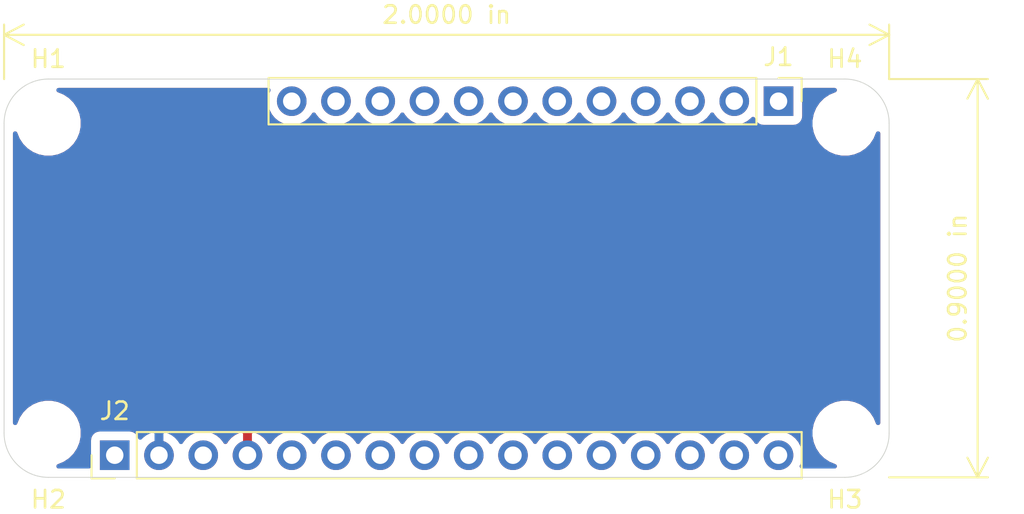
<source format=kicad_pcb>
(kicad_pcb (version 20190331) (host pcbnew "(5.1.0-386-g7ed01aa4f)")

  (general
    (thickness 1.6)
    (drawings 10)
    (tracks 0)
    (modules 6)
    (nets 3)
  )

  (page "A4")
  (layers
    (0 "F.Cu" signal)
    (31 "B.Cu" signal)
    (32 "B.Adhes" user)
    (33 "F.Adhes" user)
    (34 "B.Paste" user)
    (35 "F.Paste" user)
    (36 "B.SilkS" user)
    (37 "F.SilkS" user)
    (38 "B.Mask" user)
    (39 "F.Mask" user)
    (40 "Dwgs.User" user)
    (41 "Cmts.User" user)
    (42 "Eco1.User" user)
    (43 "Eco2.User" user)
    (44 "Edge.Cuts" user)
    (45 "Margin" user)
    (46 "B.CrtYd" user)
    (47 "F.CrtYd" user)
    (48 "B.Fab" user)
    (49 "F.Fab" user hide)
  )

  (setup
    (last_trace_width 0.25)
    (trace_clearance 0.2)
    (zone_clearance 0.508)
    (zone_45_only no)
    (trace_min 0.2)
    (via_size 0.8)
    (via_drill 0.4)
    (via_min_size 0.4)
    (via_min_drill 0.3)
    (uvia_size 0.3)
    (uvia_drill 0.1)
    (uvias_allowed no)
    (uvia_min_size 0.2)
    (uvia_min_drill 0.1)
    (edge_width 0.05)
    (segment_width 0.2)
    (pcb_text_width 0.3)
    (pcb_text_size 1.5 1.5)
    (mod_edge_width 0.12)
    (mod_text_size 1 1)
    (mod_text_width 0.15)
    (pad_size 1.524 1.524)
    (pad_drill 0.762)
    (pad_to_mask_clearance 0.051)
    (solder_mask_min_width 0.25)
    (aux_axis_origin 0 0)
    (visible_elements FFFFFF7F)
    (pcbplotparams
      (layerselection 0x010fc_ffffffff)
      (usegerberextensions false)
      (usegerberattributes false)
      (usegerberadvancedattributes false)
      (creategerberjobfile false)
      (excludeedgelayer true)
      (linewidth 0.100000)
      (plotframeref false)
      (viasonmask false)
      (mode 1)
      (useauxorigin false)
      (hpglpennumber 1)
      (hpglpenspeed 20)
      (hpglpendiameter 15.000000)
      (psnegative false)
      (psa4output false)
      (plotreference true)
      (plotvalue true)
      (plotinvisibletext false)
      (padsonsilk false)
      (subtractmaskfromsilk false)
      (outputformat 1)
      (mirror false)
      (drillshape 1)
      (scaleselection 1)
      (outputdirectory ""))
  )

  (net 0 "")
  (net 1 "GND")
  (net 2 "+3V3")

  (net_class "Default" "This is the default net class."
    (clearance 0.2)
    (trace_width 0.25)
    (via_dia 0.8)
    (via_drill 0.4)
    (uvia_dia 0.3)
    (uvia_drill 0.1)
    (add_net "+3V3")
    (add_net "GND")
  )

  (module "MountingHole:MountingHole_2.7mm_M2.5" (layer "F.Cu") (tedit 5D18C814) (tstamp 5D190E05)
    (at 48.26 -200.66)
    (descr "Mounting Hole 2.7mm, no annular, M2.5")
    (tags "mounting hole 2.7mm no annular m2.5")
    (path "/5D18F8ED")
    (attr virtual)
    (fp_text reference "H4" (at 0 -3.7) (layer "F.SilkS")
      (effects (font (size 1 1) (thickness 0.15)))
    )
    (fp_text value "MountingHole" (at 0 3.7) (layer "F.Fab")
      (effects (font (size 1 1) (thickness 0.15)))
    )
    (fp_circle (center 0 0) (end 2 0) (layer "F.CrtYd") (width 0.05))
    (fp_circle (center 0 0) (end 2.7 0) (layer "Cmts.User") (width 0.15))
    (fp_text user "%R" (at 0.3 0) (layer "F.Fab")
      (effects (font (size 1 1) (thickness 0.15)))
    )
    (pad "1" np_thru_hole circle (at 0 0) (size 2.7 2.7) (drill 2.7) (layers *.Cu *.Mask))
  )

  (module "MountingHole:MountingHole_2.7mm_M2.5" (layer "F.Cu") (tedit 5D18C814) (tstamp 5D190DFD)
    (at 48.26 -182.88)
    (descr "Mounting Hole 2.7mm, no annular, M2.5")
    (tags "mounting hole 2.7mm no annular m2.5")
    (path "/5D18FC88")
    (attr virtual)
    (fp_text reference "H3" (at 0 3.81) (layer "F.SilkS")
      (effects (font (size 1 1) (thickness 0.15)))
    )
    (fp_text value "MountingHole" (at 0 3.7) (layer "F.Fab")
      (effects (font (size 1 1) (thickness 0.15)))
    )
    (fp_circle (center 0 0) (end 2 0) (layer "F.CrtYd") (width 0.05))
    (fp_circle (center 0 0) (end 2.7 0) (layer "Cmts.User") (width 0.15))
    (fp_text user "%R" (at 0.3 0) (layer "F.Fab")
      (effects (font (size 1 1) (thickness 0.15)))
    )
    (pad "1" np_thru_hole circle (at 0 0) (size 2.7 2.7) (drill 2.7) (layers *.Cu *.Mask))
  )

  (module "MountingHole:MountingHole_2.7mm_M2.5" (layer "F.Cu") (tedit 5D18C814) (tstamp 5D190DF5)
    (at 2.54 -182.88)
    (descr "Mounting Hole 2.7mm, no annular, M2.5")
    (tags "mounting hole 2.7mm no annular m2.5")
    (path "/5D190365")
    (attr virtual)
    (fp_text reference "H2" (at 0 3.81) (layer "F.SilkS")
      (effects (font (size 1 1) (thickness 0.15)))
    )
    (fp_text value "MountingHole" (at 0 3.7) (layer "F.Fab")
      (effects (font (size 1 1) (thickness 0.15)))
    )
    (fp_circle (center 0 0) (end 2 0) (layer "F.CrtYd") (width 0.05))
    (fp_circle (center 0 0) (end 2.7 0) (layer "Cmts.User") (width 0.15))
    (fp_text user "%R" (at 0.3 0) (layer "F.Fab")
      (effects (font (size 1 1) (thickness 0.15)))
    )
    (pad "1" np_thru_hole circle (at 0 0) (size 2.7 2.7) (drill 2.7) (layers *.Cu *.Mask))
  )

  (module "MountingHole:MountingHole_2.7mm_M2.5" (layer "F.Cu") (tedit 5D18C814) (tstamp 5D190EB9)
    (at 2.54 -200.66)
    (descr "Mounting Hole 2.7mm, no annular, M2.5")
    (tags "mounting hole 2.7mm no annular m2.5")
    (path "/5D1905E0")
    (attr virtual)
    (fp_text reference "H1" (at 0 -3.7) (layer "F.SilkS")
      (effects (font (size 1 1) (thickness 0.15)))
    )
    (fp_text value "MountingHole" (at 0 3.7) (layer "F.Fab")
      (effects (font (size 1 1) (thickness 0.15)))
    )
    (fp_circle (center 0 0) (end 2 0) (layer "F.CrtYd") (width 0.05))
    (fp_circle (center 0 0) (end 2.7 0) (layer "Cmts.User") (width 0.15))
    (fp_text user "%R" (at 0.3 0) (layer "F.Fab")
      (effects (font (size 1 1) (thickness 0.15)))
    )
    (pad "1" np_thru_hole circle (at 0 0) (size 2.7 2.7) (drill 2.7) (layers *.Cu *.Mask))
  )

  (module "Connector_PinHeader_2.54mm:PinHeader_1x16_P2.54mm_Vertical" (layer "F.Cu") (tedit 59FED5CC) (tstamp 5D190E49)
    (at 6.35 -181.61 90)
    (descr "Through hole straight pin header, 1x16, 2.54mm pitch, single row")
    (tags "Through hole pin header THT 1x16 2.54mm single row")
    (path "/5D18C1C3")
    (fp_text reference "J2" (at 2.54 0 180) (layer "F.SilkS")
      (effects (font (size 1 1) (thickness 0.15)))
    )
    (fp_text value "Conn_01x16" (at 0 40.43 90) (layer "F.Fab")
      (effects (font (size 1 1) (thickness 0.15)))
    )
    (fp_text user "%R" (at 0 19.05) (layer "F.Fab")
      (effects (font (size 1 1) (thickness 0.15)))
    )
    (fp_line (start 1.8 -1.8) (end -1.8 -1.8) (layer "F.CrtYd") (width 0.05))
    (fp_line (start 1.8 39.9) (end 1.8 -1.8) (layer "F.CrtYd") (width 0.05))
    (fp_line (start -1.8 39.9) (end 1.8 39.9) (layer "F.CrtYd") (width 0.05))
    (fp_line (start -1.8 -1.8) (end -1.8 39.9) (layer "F.CrtYd") (width 0.05))
    (fp_line (start -1.33 -1.33) (end 0 -1.33) (layer "F.SilkS") (width 0.12))
    (fp_line (start -1.33 0) (end -1.33 -1.33) (layer "F.SilkS") (width 0.12))
    (fp_line (start -1.33 1.27) (end 1.33 1.27) (layer "F.SilkS") (width 0.12))
    (fp_line (start 1.33 1.27) (end 1.33 39.43) (layer "F.SilkS") (width 0.12))
    (fp_line (start -1.33 1.27) (end -1.33 39.43) (layer "F.SilkS") (width 0.12))
    (fp_line (start -1.33 39.43) (end 1.33 39.43) (layer "F.SilkS") (width 0.12))
    (fp_line (start -1.27 -0.635) (end -0.635 -1.27) (layer "F.Fab") (width 0.1))
    (fp_line (start -1.27 39.37) (end -1.27 -0.635) (layer "F.Fab") (width 0.1))
    (fp_line (start 1.27 39.37) (end -1.27 39.37) (layer "F.Fab") (width 0.1))
    (fp_line (start 1.27 -1.27) (end 1.27 39.37) (layer "F.Fab") (width 0.1))
    (fp_line (start -0.635 -1.27) (end 1.27 -1.27) (layer "F.Fab") (width 0.1))
    (pad "16" thru_hole oval (at 0 38.1 90) (size 1.7 1.7) (drill 1) (layers *.Cu *.Mask))
    (pad "15" thru_hole oval (at 0 35.56 90) (size 1.7 1.7) (drill 1) (layers *.Cu *.Mask))
    (pad "14" thru_hole oval (at 0 33.02 90) (size 1.7 1.7) (drill 1) (layers *.Cu *.Mask))
    (pad "13" thru_hole oval (at 0 30.48 90) (size 1.7 1.7) (drill 1) (layers *.Cu *.Mask))
    (pad "12" thru_hole oval (at 0 27.94 90) (size 1.7 1.7) (drill 1) (layers *.Cu *.Mask))
    (pad "11" thru_hole oval (at 0 25.4 90) (size 1.7 1.7) (drill 1) (layers *.Cu *.Mask))
    (pad "10" thru_hole oval (at 0 22.86 90) (size 1.7 1.7) (drill 1) (layers *.Cu *.Mask))
    (pad "9" thru_hole oval (at 0 20.32 90) (size 1.7 1.7) (drill 1) (layers *.Cu *.Mask))
    (pad "8" thru_hole oval (at 0 17.78 90) (size 1.7 1.7) (drill 1) (layers *.Cu *.Mask))
    (pad "7" thru_hole oval (at 0 15.24 90) (size 1.7 1.7) (drill 1) (layers *.Cu *.Mask))
    (pad "6" thru_hole oval (at 0 12.7 90) (size 1.7 1.7) (drill 1) (layers *.Cu *.Mask))
    (pad "5" thru_hole oval (at 0 10.16 90) (size 1.7 1.7) (drill 1) (layers *.Cu *.Mask))
    (pad "4" thru_hole oval (at 0 7.62 90) (size 1.7 1.7) (drill 1) (layers *.Cu *.Mask)
      (net 1 "GND"))
    (pad "3" thru_hole oval (at 0 5.08 90) (size 1.7 1.7) (drill 1) (layers *.Cu *.Mask))
    (pad "2" thru_hole oval (at 0 2.54 90) (size 1.7 1.7) (drill 1) (layers *.Cu *.Mask)
      (net 2 "+3V3"))
    (pad "1" thru_hole rect (at 0 0 90) (size 1.7 1.7) (drill 1) (layers *.Cu *.Mask))
    (model "${KISYS3DMOD}/Connector_PinHeader_2.54mm.3dshapes/PinHeader_1x16_P2.54mm_Vertical.wrl"
      (at (xyz 0 0 0))
      (scale (xyz 1 1 1))
      (rotate (xyz 0 0 0))
    )
  )

  (module "Connector_PinHeader_2.54mm:PinHeader_1x12_P2.54mm_Vertical" (layer "F.Cu") (tedit 59FED5CC) (tstamp 5D190E25)
    (at 44.45 -201.93 270)
    (descr "Through hole straight pin header, 1x12, 2.54mm pitch, single row")
    (tags "Through hole pin header THT 1x12 2.54mm single row")
    (path "/5D191B96")
    (fp_text reference "J1" (at -2.54 0 180) (layer "F.SilkS")
      (effects (font (size 1 1) (thickness 0.15)))
    )
    (fp_text value "Conn_01x12" (at 0 30.27 90) (layer "F.Fab")
      (effects (font (size 1 1) (thickness 0.15)))
    )
    (fp_text user "%R" (at 0 13.97) (layer "F.Fab")
      (effects (font (size 1 1) (thickness 0.15)))
    )
    (fp_line (start 1.8 -1.8) (end -1.8 -1.8) (layer "F.CrtYd") (width 0.05))
    (fp_line (start 1.8 29.75) (end 1.8 -1.8) (layer "F.CrtYd") (width 0.05))
    (fp_line (start -1.8 29.75) (end 1.8 29.75) (layer "F.CrtYd") (width 0.05))
    (fp_line (start -1.8 -1.8) (end -1.8 29.75) (layer "F.CrtYd") (width 0.05))
    (fp_line (start -1.33 -1.33) (end 0 -1.33) (layer "F.SilkS") (width 0.12))
    (fp_line (start -1.33 0) (end -1.33 -1.33) (layer "F.SilkS") (width 0.12))
    (fp_line (start -1.33 1.27) (end 1.33 1.27) (layer "F.SilkS") (width 0.12))
    (fp_line (start 1.33 1.27) (end 1.33 29.27) (layer "F.SilkS") (width 0.12))
    (fp_line (start -1.33 1.27) (end -1.33 29.27) (layer "F.SilkS") (width 0.12))
    (fp_line (start -1.33 29.27) (end 1.33 29.27) (layer "F.SilkS") (width 0.12))
    (fp_line (start -1.27 -0.635) (end -0.635 -1.27) (layer "F.Fab") (width 0.1))
    (fp_line (start -1.27 29.21) (end -1.27 -0.635) (layer "F.Fab") (width 0.1))
    (fp_line (start 1.27 29.21) (end -1.27 29.21) (layer "F.Fab") (width 0.1))
    (fp_line (start 1.27 -1.27) (end 1.27 29.21) (layer "F.Fab") (width 0.1))
    (fp_line (start -0.635 -1.27) (end 1.27 -1.27) (layer "F.Fab") (width 0.1))
    (pad "12" thru_hole oval (at 0 27.94 270) (size 1.7 1.7) (drill 1) (layers *.Cu *.Mask))
    (pad "11" thru_hole oval (at 0 25.4 270) (size 1.7 1.7) (drill 1) (layers *.Cu *.Mask))
    (pad "10" thru_hole oval (at 0 22.86 270) (size 1.7 1.7) (drill 1) (layers *.Cu *.Mask))
    (pad "9" thru_hole oval (at 0 20.32 270) (size 1.7 1.7) (drill 1) (layers *.Cu *.Mask))
    (pad "8" thru_hole oval (at 0 17.78 270) (size 1.7 1.7) (drill 1) (layers *.Cu *.Mask))
    (pad "7" thru_hole oval (at 0 15.24 270) (size 1.7 1.7) (drill 1) (layers *.Cu *.Mask))
    (pad "6" thru_hole oval (at 0 12.7 270) (size 1.7 1.7) (drill 1) (layers *.Cu *.Mask))
    (pad "5" thru_hole oval (at 0 10.16 270) (size 1.7 1.7) (drill 1) (layers *.Cu *.Mask))
    (pad "4" thru_hole oval (at 0 7.62 270) (size 1.7 1.7) (drill 1) (layers *.Cu *.Mask))
    (pad "3" thru_hole oval (at 0 5.08 270) (size 1.7 1.7) (drill 1) (layers *.Cu *.Mask))
    (pad "2" thru_hole oval (at 0 2.54 270) (size 1.7 1.7) (drill 1) (layers *.Cu *.Mask))
    (pad "1" thru_hole rect (at 0 0 270) (size 1.7 1.7) (drill 1) (layers *.Cu *.Mask))
    (model "${KISYS3DMOD}/Connector_PinHeader_2.54mm.3dshapes/PinHeader_1x12_P2.54mm_Vertical.wrl"
      (at (xyz 0 0 0))
      (scale (xyz 1 1 1))
      (rotate (xyz 0 0 0))
    )
  )

  (gr_arc (start 48.26 -200.66) (end 50.8 -200.66) (angle -90) (layer "Edge.Cuts") (width 0.05))
  (gr_arc (start 48.26 -182.88) (end 48.26 -180.34) (angle -90) (layer "Edge.Cuts") (width 0.05))
  (gr_arc (start 2.54 -182.88) (end 0 -182.88) (angle -90) (layer "Edge.Cuts") (width 0.05))
  (gr_arc (start 2.54 -200.66) (end 2.54 -203.2) (angle -90) (layer "Edge.Cuts") (width 0.05))
  (gr_line (start 0 -182.88) (end 0 -200.66) (layer "Edge.Cuts") (width 0.05))
  (gr_line (start 48.26 -180.34) (end 2.54 -180.34) (layer "Edge.Cuts") (width 0.05))
  (gr_line (start 48.26 -203.2) (end 2.54 -203.2) (layer "Edge.Cuts") (width 0.05))
  (gr_line (start 50.8 -200.66) (end 50.8 -182.88) (layer "Edge.Cuts") (width 0.05))
  (dimension 22.86 (width 0.12) (layer "F.SilkS")
    (gr_text "22.860 mm" (at 57.15 -191.77 270) (layer "F.SilkS")
      (effects (font (size 1 1) (thickness 0.15)))
    )
    (feature1 (pts (xy 50.8 -180.34) (xy 56.466421 -180.34)))
    (feature2 (pts (xy 50.8 -203.2) (xy 56.466421 -203.2)))
    (crossbar (pts (xy 55.88 -203.2) (xy 55.88 -180.34)))
    (arrow1a (pts (xy 55.88 -180.34) (xy 55.293579 -181.466504)))
    (arrow1b (pts (xy 55.88 -180.34) (xy 56.466421 -181.466504)))
    (arrow2a (pts (xy 55.88 -203.2) (xy 55.293579 -202.073496)))
    (arrow2b (pts (xy 55.88 -203.2) (xy 56.466421 -202.073496)))
  )
  (dimension 50.8 (width 0.12) (layer "F.SilkS")
    (gr_text "50.800 mm" (at 25.4 -207.01) (layer "F.SilkS")
      (effects (font (size 1 1) (thickness 0.15)))
    )
    (feature1 (pts (xy 50.8 -203.2) (xy 50.8 -206.326421)))
    (feature2 (pts (xy 0 -203.2) (xy 0 -206.326421)))
    (crossbar (pts (xy 0 -205.74) (xy 50.8 -205.74)))
    (arrow1a (pts (xy 50.8 -205.74) (xy 49.673496 -205.153579)))
    (arrow1b (pts (xy 50.8 -205.74) (xy 49.673496 -206.326421)))
    (arrow2a (pts (xy 0 -205.74) (xy 1.126504 -205.153579)))
    (arrow2b (pts (xy 0 -205.74) (xy 1.126504 -206.326421)))
  )

  (zone (net 1) (net_name "GND") (layer "F.Cu") (tstamp 0) (hatch edge 0.508)
    (connect_pads (clearance 0.508))
    (min_thickness 0.254)
    (fill yes (arc_segments 32) (thermal_gap 0.508) (thermal_bridge_width 0.508))
    (polygon
      (pts
        (xy 0 -203.2) (xy 50.8 -203.2) (xy 50.8 -180.34) (xy 0 -180.34)
      )
    )
    (filled_polygon
      (pts
        (xy 15.131401 -202.501034) (xy 15.046487 -202.221111) (xy 15.017815 -201.93) (xy 15.046487 -201.638889) (xy 15.131401 -201.358966)
        (xy 15.269294 -201.100986) (xy 15.454866 -200.874866) (xy 15.680986 -200.689294) (xy 15.938966 -200.551401) (xy 16.218889 -200.466487)
        (xy 16.43705 -200.445) (xy 16.58295 -200.445) (xy 16.801111 -200.466487) (xy 17.081034 -200.551401) (xy 17.339014 -200.689294)
        (xy 17.565134 -200.874866) (xy 17.750706 -201.100986) (xy 17.78 -201.155791) (xy 17.809294 -201.100986) (xy 17.994866 -200.874866)
        (xy 18.220986 -200.689294) (xy 18.478966 -200.551401) (xy 18.758889 -200.466487) (xy 18.97705 -200.445) (xy 19.12295 -200.445)
        (xy 19.341111 -200.466487) (xy 19.621034 -200.551401) (xy 19.879014 -200.689294) (xy 20.105134 -200.874866) (xy 20.290706 -201.100986)
        (xy 20.32 -201.155791) (xy 20.349294 -201.100986) (xy 20.534866 -200.874866) (xy 20.760986 -200.689294) (xy 21.018966 -200.551401)
        (xy 21.298889 -200.466487) (xy 21.51705 -200.445) (xy 21.66295 -200.445) (xy 21.881111 -200.466487) (xy 22.161034 -200.551401)
        (xy 22.419014 -200.689294) (xy 22.645134 -200.874866) (xy 22.830706 -201.100986) (xy 22.86 -201.155791) (xy 22.889294 -201.100986)
        (xy 23.074866 -200.874866) (xy 23.300986 -200.689294) (xy 23.558966 -200.551401) (xy 23.838889 -200.466487) (xy 24.05705 -200.445)
        (xy 24.20295 -200.445) (xy 24.421111 -200.466487) (xy 24.701034 -200.551401) (xy 24.959014 -200.689294) (xy 25.185134 -200.874866)
        (xy 25.370706 -201.100986) (xy 25.4 -201.155791) (xy 25.429294 -201.100986) (xy 25.614866 -200.874866) (xy 25.840986 -200.689294)
        (xy 26.098966 -200.551401) (xy 26.378889 -200.466487) (xy 26.59705 -200.445) (xy 26.74295 -200.445) (xy 26.961111 -200.466487)
        (xy 27.241034 -200.551401) (xy 27.499014 -200.689294) (xy 27.725134 -200.874866) (xy 27.910706 -201.100986) (xy 27.94 -201.155791)
        (xy 27.969294 -201.100986) (xy 28.154866 -200.874866) (xy 28.380986 -200.689294) (xy 28.638966 -200.551401) (xy 28.918889 -200.466487)
        (xy 29.13705 -200.445) (xy 29.28295 -200.445) (xy 29.501111 -200.466487) (xy 29.781034 -200.551401) (xy 30.039014 -200.689294)
        (xy 30.265134 -200.874866) (xy 30.450706 -201.100986) (xy 30.48 -201.155791) (xy 30.509294 -201.100986) (xy 30.694866 -200.874866)
        (xy 30.920986 -200.689294) (xy 31.178966 -200.551401) (xy 31.458889 -200.466487) (xy 31.67705 -200.445) (xy 31.82295 -200.445)
        (xy 32.041111 -200.466487) (xy 32.321034 -200.551401) (xy 32.579014 -200.689294) (xy 32.805134 -200.874866) (xy 32.990706 -201.100986)
        (xy 33.02 -201.155791) (xy 33.049294 -201.100986) (xy 33.234866 -200.874866) (xy 33.460986 -200.689294) (xy 33.718966 -200.551401)
        (xy 33.998889 -200.466487) (xy 34.21705 -200.445) (xy 34.36295 -200.445) (xy 34.581111 -200.466487) (xy 34.861034 -200.551401)
        (xy 35.119014 -200.689294) (xy 35.345134 -200.874866) (xy 35.530706 -201.100986) (xy 35.56 -201.155791) (xy 35.589294 -201.100986)
        (xy 35.774866 -200.874866) (xy 36.000986 -200.689294) (xy 36.258966 -200.551401) (xy 36.538889 -200.466487) (xy 36.75705 -200.445)
        (xy 36.90295 -200.445) (xy 37.121111 -200.466487) (xy 37.401034 -200.551401) (xy 37.659014 -200.689294) (xy 37.885134 -200.874866)
        (xy 38.070706 -201.100986) (xy 38.1 -201.155791) (xy 38.129294 -201.100986) (xy 38.314866 -200.874866) (xy 38.540986 -200.689294)
        (xy 38.798966 -200.551401) (xy 39.078889 -200.466487) (xy 39.29705 -200.445) (xy 39.44295 -200.445) (xy 39.661111 -200.466487)
        (xy 39.941034 -200.551401) (xy 40.199014 -200.689294) (xy 40.425134 -200.874866) (xy 40.610706 -201.100986) (xy 40.64 -201.155791)
        (xy 40.669294 -201.100986) (xy 40.854866 -200.874866) (xy 41.080986 -200.689294) (xy 41.338966 -200.551401) (xy 41.618889 -200.466487)
        (xy 41.83705 -200.445) (xy 41.98295 -200.445) (xy 42.201111 -200.466487) (xy 42.481034 -200.551401) (xy 42.739014 -200.689294)
        (xy 42.965134 -200.874866) (xy 42.989607 -200.904687) (xy 43.010498 -200.83582) (xy 43.069463 -200.725506) (xy 43.148815 -200.628815)
        (xy 43.245506 -200.549463) (xy 43.35582 -200.490498) (xy 43.475518 -200.454188) (xy 43.6 -200.441928) (xy 45.3 -200.441928)
        (xy 45.424482 -200.454188) (xy 45.54418 -200.490498) (xy 45.654494 -200.549463) (xy 45.751185 -200.628815) (xy 45.830537 -200.725506)
        (xy 45.889502 -200.83582) (xy 45.925812 -200.955518) (xy 45.938072 -201.08) (xy 45.938072 -202.565) (xy 47.672021 -202.565)
        (xy 47.31975 -202.419085) (xy 46.994636 -202.201851) (xy 46.718149 -201.925364) (xy 46.500915 -201.60025) (xy 46.351282 -201.239003)
        (xy 46.275 -200.855505) (xy 46.275 -200.464495) (xy 46.351282 -200.080997) (xy 46.500915 -199.71975) (xy 46.718149 -199.394636)
        (xy 46.994636 -199.118149) (xy 47.31975 -198.900915) (xy 47.680997 -198.751282) (xy 48.064495 -198.675) (xy 48.455505 -198.675)
        (xy 48.839003 -198.751282) (xy 49.20025 -198.900915) (xy 49.525364 -199.118149) (xy 49.801851 -199.394636) (xy 50.019085 -199.71975)
        (xy 50.165 -200.072021) (xy 50.165001 -183.467977) (xy 50.019085 -183.82025) (xy 49.801851 -184.145364) (xy 49.525364 -184.421851)
        (xy 49.20025 -184.639085) (xy 48.839003 -184.788718) (xy 48.455505 -184.865) (xy 48.064495 -184.865) (xy 47.680997 -184.788718)
        (xy 47.31975 -184.639085) (xy 46.994636 -184.421851) (xy 46.718149 -184.145364) (xy 46.500915 -183.82025) (xy 46.351282 -183.459003)
        (xy 46.275 -183.075505) (xy 46.275 -182.684495) (xy 46.351282 -182.300997) (xy 46.500915 -181.93975) (xy 46.718149 -181.614636)
        (xy 46.994636 -181.338149) (xy 47.31975 -181.120915) (xy 47.672021 -180.975) (xy 45.794409 -180.975) (xy 45.828599 -181.038966)
        (xy 45.913513 -181.318889) (xy 45.942185 -181.61) (xy 45.913513 -181.901111) (xy 45.828599 -182.181034) (xy 45.690706 -182.439014)
        (xy 45.505134 -182.665134) (xy 45.279014 -182.850706) (xy 45.021034 -182.988599) (xy 44.741111 -183.073513) (xy 44.52295 -183.095)
        (xy 44.37705 -183.095) (xy 44.158889 -183.073513) (xy 43.878966 -182.988599) (xy 43.620986 -182.850706) (xy 43.394866 -182.665134)
        (xy 43.209294 -182.439014) (xy 43.18 -182.384209) (xy 43.150706 -182.439014) (xy 42.965134 -182.665134) (xy 42.739014 -182.850706)
        (xy 42.481034 -182.988599) (xy 42.201111 -183.073513) (xy 41.98295 -183.095) (xy 41.83705 -183.095) (xy 41.618889 -183.073513)
        (xy 41.338966 -182.988599) (xy 41.080986 -182.850706) (xy 40.854866 -182.665134) (xy 40.669294 -182.439014) (xy 40.64 -182.384209)
        (xy 40.610706 -182.439014) (xy 40.425134 -182.665134) (xy 40.199014 -182.850706) (xy 39.941034 -182.988599) (xy 39.661111 -183.073513)
        (xy 39.44295 -183.095) (xy 39.29705 -183.095) (xy 39.078889 -183.073513) (xy 38.798966 -182.988599) (xy 38.540986 -182.850706)
        (xy 38.314866 -182.665134) (xy 38.129294 -182.439014) (xy 38.1 -182.384209) (xy 38.070706 -182.439014) (xy 37.885134 -182.665134)
        (xy 37.659014 -182.850706) (xy 37.401034 -182.988599) (xy 37.121111 -183.073513) (xy 36.90295 -183.095) (xy 36.75705 -183.095)
        (xy 36.538889 -183.073513) (xy 36.258966 -182.988599) (xy 36.000986 -182.850706) (xy 35.774866 -182.665134) (xy 35.589294 -182.439014)
        (xy 35.56 -182.384209) (xy 35.530706 -182.439014) (xy 35.345134 -182.665134) (xy 35.119014 -182.850706) (xy 34.861034 -182.988599)
        (xy 34.581111 -183.073513) (xy 34.36295 -183.095) (xy 34.21705 -183.095) (xy 33.998889 -183.073513) (xy 33.718966 -182.988599)
        (xy 33.460986 -182.850706) (xy 33.234866 -182.665134) (xy 33.049294 -182.439014) (xy 33.02 -182.384209) (xy 32.990706 -182.439014)
        (xy 32.805134 -182.665134) (xy 32.579014 -182.850706) (xy 32.321034 -182.988599) (xy 32.041111 -183.073513) (xy 31.82295 -183.095)
        (xy 31.67705 -183.095) (xy 31.458889 -183.073513) (xy 31.178966 -182.988599) (xy 30.920986 -182.850706) (xy 30.694866 -182.665134)
        (xy 30.509294 -182.439014) (xy 30.48 -182.384209) (xy 30.450706 -182.439014) (xy 30.265134 -182.665134) (xy 30.039014 -182.850706)
        (xy 29.781034 -182.988599) (xy 29.501111 -183.073513) (xy 29.28295 -183.095) (xy 29.13705 -183.095) (xy 28.918889 -183.073513)
        (xy 28.638966 -182.988599) (xy 28.380986 -182.850706) (xy 28.154866 -182.665134) (xy 27.969294 -182.439014) (xy 27.94 -182.384209)
        (xy 27.910706 -182.439014) (xy 27.725134 -182.665134) (xy 27.499014 -182.850706) (xy 27.241034 -182.988599) (xy 26.961111 -183.073513)
        (xy 26.74295 -183.095) (xy 26.59705 -183.095) (xy 26.378889 -183.073513) (xy 26.098966 -182.988599) (xy 25.840986 -182.850706)
        (xy 25.614866 -182.665134) (xy 25.429294 -182.439014) (xy 25.4 -182.384209) (xy 25.370706 -182.439014) (xy 25.185134 -182.665134)
        (xy 24.959014 -182.850706) (xy 24.701034 -182.988599) (xy 24.421111 -183.073513) (xy 24.20295 -183.095) (xy 24.05705 -183.095)
        (xy 23.838889 -183.073513) (xy 23.558966 -182.988599) (xy 23.300986 -182.850706) (xy 23.074866 -182.665134) (xy 22.889294 -182.439014)
        (xy 22.86 -182.384209) (xy 22.830706 -182.439014) (xy 22.645134 -182.665134) (xy 22.419014 -182.850706) (xy 22.161034 -182.988599)
        (xy 21.881111 -183.073513) (xy 21.66295 -183.095) (xy 21.51705 -183.095) (xy 21.298889 -183.073513) (xy 21.018966 -182.988599)
        (xy 20.760986 -182.850706) (xy 20.534866 -182.665134) (xy 20.349294 -182.439014) (xy 20.32 -182.384209) (xy 20.290706 -182.439014)
        (xy 20.105134 -182.665134) (xy 19.879014 -182.850706) (xy 19.621034 -182.988599) (xy 19.341111 -183.073513) (xy 19.12295 -183.095)
        (xy 18.97705 -183.095) (xy 18.758889 -183.073513) (xy 18.478966 -182.988599) (xy 18.220986 -182.850706) (xy 17.994866 -182.665134)
        (xy 17.809294 -182.439014) (xy 17.78 -182.384209) (xy 17.750706 -182.439014) (xy 17.565134 -182.665134) (xy 17.339014 -182.850706)
        (xy 17.081034 -182.988599) (xy 16.801111 -183.073513) (xy 16.58295 -183.095) (xy 16.43705 -183.095) (xy 16.218889 -183.073513)
        (xy 15.938966 -182.988599) (xy 15.680986 -182.850706) (xy 15.454866 -182.665134) (xy 15.269294 -182.439014) (xy 15.234799 -182.374477)
        (xy 15.165178 -182.491355) (xy 14.970269 -182.707588) (xy 14.73692 -182.881641) (xy 14.474099 -183.006825) (xy 14.32689 -183.051476)
        (xy 14.097 -182.930155) (xy 14.097 -181.737) (xy 14.117 -181.737) (xy 14.117 -181.483) (xy 14.097 -181.483)
        (xy 14.097 -181.463) (xy 13.843 -181.463) (xy 13.843 -181.483) (xy 13.823 -181.483) (xy 13.823 -181.737)
        (xy 13.843 -181.737) (xy 13.843 -182.930155) (xy 13.61311 -183.051476) (xy 13.465901 -183.006825) (xy 13.20308 -182.881641)
        (xy 12.969731 -182.707588) (xy 12.774822 -182.491355) (xy 12.705201 -182.374477) (xy 12.670706 -182.439014) (xy 12.485134 -182.665134)
        (xy 12.259014 -182.850706) (xy 12.001034 -182.988599) (xy 11.721111 -183.073513) (xy 11.50295 -183.095) (xy 11.35705 -183.095)
        (xy 11.138889 -183.073513) (xy 10.858966 -182.988599) (xy 10.600986 -182.850706) (xy 10.374866 -182.665134) (xy 10.189294 -182.439014)
        (xy 10.16 -182.384209) (xy 10.130706 -182.439014) (xy 9.945134 -182.665134) (xy 9.719014 -182.850706) (xy 9.461034 -182.988599)
        (xy 9.181111 -183.073513) (xy 8.96295 -183.095) (xy 8.81705 -183.095) (xy 8.598889 -183.073513) (xy 8.318966 -182.988599)
        (xy 8.060986 -182.850706) (xy 7.834866 -182.665134) (xy 7.810393 -182.635313) (xy 7.789502 -182.70418) (xy 7.730537 -182.814494)
        (xy 7.651185 -182.911185) (xy 7.554494 -182.990537) (xy 7.44418 -183.049502) (xy 7.324482 -183.085812) (xy 7.2 -183.098072)
        (xy 5.5 -183.098072) (xy 5.375518 -183.085812) (xy 5.25582 -183.049502) (xy 5.145506 -182.990537) (xy 5.048815 -182.911185)
        (xy 4.969463 -182.814494) (xy 4.910498 -182.70418) (xy 4.874188 -182.584482) (xy 4.861928 -182.46) (xy 4.861928 -180.975)
        (xy 3.127979 -180.975) (xy 3.48025 -181.120915) (xy 3.805364 -181.338149) (xy 4.081851 -181.614636) (xy 4.299085 -181.93975)
        (xy 4.448718 -182.300997) (xy 4.525 -182.684495) (xy 4.525 -183.075505) (xy 4.448718 -183.459003) (xy 4.299085 -183.82025)
        (xy 4.081851 -184.145364) (xy 3.805364 -184.421851) (xy 3.48025 -184.639085) (xy 3.119003 -184.788718) (xy 2.735505 -184.865)
        (xy 2.344495 -184.865) (xy 1.960997 -184.788718) (xy 1.59975 -184.639085) (xy 1.274636 -184.421851) (xy 0.998149 -184.145364)
        (xy 0.780915 -183.82025) (xy 0.635 -183.467979) (xy 0.635 -200.072021) (xy 0.780915 -199.71975) (xy 0.998149 -199.394636)
        (xy 1.274636 -199.118149) (xy 1.59975 -198.900915) (xy 1.960997 -198.751282) (xy 2.344495 -198.675) (xy 2.735505 -198.675)
        (xy 3.119003 -198.751282) (xy 3.48025 -198.900915) (xy 3.805364 -199.118149) (xy 4.081851 -199.394636) (xy 4.299085 -199.71975)
        (xy 4.448718 -200.080997) (xy 4.525 -200.464495) (xy 4.525 -200.855505) (xy 4.448718 -201.239003) (xy 4.299085 -201.60025)
        (xy 4.081851 -201.925364) (xy 3.805364 -202.201851) (xy 3.48025 -202.419085) (xy 3.127979 -202.565) (xy 15.165591 -202.565)
      )
    )
  )
  (zone (net 2) (net_name "+3V3") (layer "B.Cu") (tstamp 5D19129B) (hatch edge 0.508)
    (connect_pads (clearance 0.508))
    (min_thickness 0.254)
    (fill yes (arc_segments 32) (thermal_gap 0.508) (thermal_bridge_width 0.508))
    (polygon
      (pts
        (xy 0 -203.2) (xy 50.8 -203.2) (xy 50.8 -180.34) (xy 0 -180.34)
      )
    )
    (filled_polygon
      (pts
        (xy 15.131401 -202.501034) (xy 15.046487 -202.221111) (xy 15.017815 -201.93) (xy 15.046487 -201.638889) (xy 15.131401 -201.358966)
        (xy 15.269294 -201.100986) (xy 15.454866 -200.874866) (xy 15.680986 -200.689294) (xy 15.938966 -200.551401) (xy 16.218889 -200.466487)
        (xy 16.43705 -200.445) (xy 16.58295 -200.445) (xy 16.801111 -200.466487) (xy 17.081034 -200.551401) (xy 17.339014 -200.689294)
        (xy 17.565134 -200.874866) (xy 17.750706 -201.100986) (xy 17.78 -201.155791) (xy 17.809294 -201.100986) (xy 17.994866 -200.874866)
        (xy 18.220986 -200.689294) (xy 18.478966 -200.551401) (xy 18.758889 -200.466487) (xy 18.97705 -200.445) (xy 19.12295 -200.445)
        (xy 19.341111 -200.466487) (xy 19.621034 -200.551401) (xy 19.879014 -200.689294) (xy 20.105134 -200.874866) (xy 20.290706 -201.100986)
        (xy 20.32 -201.155791) (xy 20.349294 -201.100986) (xy 20.534866 -200.874866) (xy 20.760986 -200.689294) (xy 21.018966 -200.551401)
        (xy 21.298889 -200.466487) (xy 21.51705 -200.445) (xy 21.66295 -200.445) (xy 21.881111 -200.466487) (xy 22.161034 -200.551401)
        (xy 22.419014 -200.689294) (xy 22.645134 -200.874866) (xy 22.830706 -201.100986) (xy 22.86 -201.155791) (xy 22.889294 -201.100986)
        (xy 23.074866 -200.874866) (xy 23.300986 -200.689294) (xy 23.558966 -200.551401) (xy 23.838889 -200.466487) (xy 24.05705 -200.445)
        (xy 24.20295 -200.445) (xy 24.421111 -200.466487) (xy 24.701034 -200.551401) (xy 24.959014 -200.689294) (xy 25.185134 -200.874866)
        (xy 25.370706 -201.100986) (xy 25.4 -201.155791) (xy 25.429294 -201.100986) (xy 25.614866 -200.874866) (xy 25.840986 -200.689294)
        (xy 26.098966 -200.551401) (xy 26.378889 -200.466487) (xy 26.59705 -200.445) (xy 26.74295 -200.445) (xy 26.961111 -200.466487)
        (xy 27.241034 -200.551401) (xy 27.499014 -200.689294) (xy 27.725134 -200.874866) (xy 27.910706 -201.100986) (xy 27.94 -201.155791)
        (xy 27.969294 -201.100986) (xy 28.154866 -200.874866) (xy 28.380986 -200.689294) (xy 28.638966 -200.551401) (xy 28.918889 -200.466487)
        (xy 29.13705 -200.445) (xy 29.28295 -200.445) (xy 29.501111 -200.466487) (xy 29.781034 -200.551401) (xy 30.039014 -200.689294)
        (xy 30.265134 -200.874866) (xy 30.450706 -201.100986) (xy 30.48 -201.155791) (xy 30.509294 -201.100986) (xy 30.694866 -200.874866)
        (xy 30.920986 -200.689294) (xy 31.178966 -200.551401) (xy 31.458889 -200.466487) (xy 31.67705 -200.445) (xy 31.82295 -200.445)
        (xy 32.041111 -200.466487) (xy 32.321034 -200.551401) (xy 32.579014 -200.689294) (xy 32.805134 -200.874866) (xy 32.990706 -201.100986)
        (xy 33.02 -201.155791) (xy 33.049294 -201.100986) (xy 33.234866 -200.874866) (xy 33.460986 -200.689294) (xy 33.718966 -200.551401)
        (xy 33.998889 -200.466487) (xy 34.21705 -200.445) (xy 34.36295 -200.445) (xy 34.581111 -200.466487) (xy 34.861034 -200.551401)
        (xy 35.119014 -200.689294) (xy 35.345134 -200.874866) (xy 35.530706 -201.100986) (xy 35.56 -201.155791) (xy 35.589294 -201.100986)
        (xy 35.774866 -200.874866) (xy 36.000986 -200.689294) (xy 36.258966 -200.551401) (xy 36.538889 -200.466487) (xy 36.75705 -200.445)
        (xy 36.90295 -200.445) (xy 37.121111 -200.466487) (xy 37.401034 -200.551401) (xy 37.659014 -200.689294) (xy 37.885134 -200.874866)
        (xy 38.070706 -201.100986) (xy 38.1 -201.155791) (xy 38.129294 -201.100986) (xy 38.314866 -200.874866) (xy 38.540986 -200.689294)
        (xy 38.798966 -200.551401) (xy 39.078889 -200.466487) (xy 39.29705 -200.445) (xy 39.44295 -200.445) (xy 39.661111 -200.466487)
        (xy 39.941034 -200.551401) (xy 40.199014 -200.689294) (xy 40.425134 -200.874866) (xy 40.610706 -201.100986) (xy 40.64 -201.155791)
        (xy 40.669294 -201.100986) (xy 40.854866 -200.874866) (xy 41.080986 -200.689294) (xy 41.338966 -200.551401) (xy 41.618889 -200.466487)
        (xy 41.83705 -200.445) (xy 41.98295 -200.445) (xy 42.201111 -200.466487) (xy 42.481034 -200.551401) (xy 42.739014 -200.689294)
        (xy 42.965134 -200.874866) (xy 42.989607 -200.904687) (xy 43.010498 -200.83582) (xy 43.069463 -200.725506) (xy 43.148815 -200.628815)
        (xy 43.245506 -200.549463) (xy 43.35582 -200.490498) (xy 43.475518 -200.454188) (xy 43.6 -200.441928) (xy 45.3 -200.441928)
        (xy 45.424482 -200.454188) (xy 45.54418 -200.490498) (xy 45.654494 -200.549463) (xy 45.751185 -200.628815) (xy 45.830537 -200.725506)
        (xy 45.889502 -200.83582) (xy 45.925812 -200.955518) (xy 45.938072 -201.08) (xy 45.938072 -202.565) (xy 47.672021 -202.565)
        (xy 47.31975 -202.419085) (xy 46.994636 -202.201851) (xy 46.718149 -201.925364) (xy 46.500915 -201.60025) (xy 46.351282 -201.239003)
        (xy 46.275 -200.855505) (xy 46.275 -200.464495) (xy 46.351282 -200.080997) (xy 46.500915 -199.71975) (xy 46.718149 -199.394636)
        (xy 46.994636 -199.118149) (xy 47.31975 -198.900915) (xy 47.680997 -198.751282) (xy 48.064495 -198.675) (xy 48.455505 -198.675)
        (xy 48.839003 -198.751282) (xy 49.20025 -198.900915) (xy 49.525364 -199.118149) (xy 49.801851 -199.394636) (xy 50.019085 -199.71975)
        (xy 50.165 -200.072021) (xy 50.165001 -183.467977) (xy 50.019085 -183.82025) (xy 49.801851 -184.145364) (xy 49.525364 -184.421851)
        (xy 49.20025 -184.639085) (xy 48.839003 -184.788718) (xy 48.455505 -184.865) (xy 48.064495 -184.865) (xy 47.680997 -184.788718)
        (xy 47.31975 -184.639085) (xy 46.994636 -184.421851) (xy 46.718149 -184.145364) (xy 46.500915 -183.82025) (xy 46.351282 -183.459003)
        (xy 46.275 -183.075505) (xy 46.275 -182.684495) (xy 46.351282 -182.300997) (xy 46.500915 -181.93975) (xy 46.718149 -181.614636)
        (xy 46.994636 -181.338149) (xy 47.31975 -181.120915) (xy 47.672021 -180.975) (xy 45.794409 -180.975) (xy 45.828599 -181.038966)
        (xy 45.913513 -181.318889) (xy 45.942185 -181.61) (xy 45.913513 -181.901111) (xy 45.828599 -182.181034) (xy 45.690706 -182.439014)
        (xy 45.505134 -182.665134) (xy 45.279014 -182.850706) (xy 45.021034 -182.988599) (xy 44.741111 -183.073513) (xy 44.52295 -183.095)
        (xy 44.37705 -183.095) (xy 44.158889 -183.073513) (xy 43.878966 -182.988599) (xy 43.620986 -182.850706) (xy 43.394866 -182.665134)
        (xy 43.209294 -182.439014) (xy 43.18 -182.384209) (xy 43.150706 -182.439014) (xy 42.965134 -182.665134) (xy 42.739014 -182.850706)
        (xy 42.481034 -182.988599) (xy 42.201111 -183.073513) (xy 41.98295 -183.095) (xy 41.83705 -183.095) (xy 41.618889 -183.073513)
        (xy 41.338966 -182.988599) (xy 41.080986 -182.850706) (xy 40.854866 -182.665134) (xy 40.669294 -182.439014) (xy 40.64 -182.384209)
        (xy 40.610706 -182.439014) (xy 40.425134 -182.665134) (xy 40.199014 -182.850706) (xy 39.941034 -182.988599) (xy 39.661111 -183.073513)
        (xy 39.44295 -183.095) (xy 39.29705 -183.095) (xy 39.078889 -183.073513) (xy 38.798966 -182.988599) (xy 38.540986 -182.850706)
        (xy 38.314866 -182.665134) (xy 38.129294 -182.439014) (xy 38.1 -182.384209) (xy 38.070706 -182.439014) (xy 37.885134 -182.665134)
        (xy 37.659014 -182.850706) (xy 37.401034 -182.988599) (xy 37.121111 -183.073513) (xy 36.90295 -183.095) (xy 36.75705 -183.095)
        (xy 36.538889 -183.073513) (xy 36.258966 -182.988599) (xy 36.000986 -182.850706) (xy 35.774866 -182.665134) (xy 35.589294 -182.439014)
        (xy 35.56 -182.384209) (xy 35.530706 -182.439014) (xy 35.345134 -182.665134) (xy 35.119014 -182.850706) (xy 34.861034 -182.988599)
        (xy 34.581111 -183.073513) (xy 34.36295 -183.095) (xy 34.21705 -183.095) (xy 33.998889 -183.073513) (xy 33.718966 -182.988599)
        (xy 33.460986 -182.850706) (xy 33.234866 -182.665134) (xy 33.049294 -182.439014) (xy 33.02 -182.384209) (xy 32.990706 -182.439014)
        (xy 32.805134 -182.665134) (xy 32.579014 -182.850706) (xy 32.321034 -182.988599) (xy 32.041111 -183.073513) (xy 31.82295 -183.095)
        (xy 31.67705 -183.095) (xy 31.458889 -183.073513) (xy 31.178966 -182.988599) (xy 30.920986 -182.850706) (xy 30.694866 -182.665134)
        (xy 30.509294 -182.439014) (xy 30.48 -182.384209) (xy 30.450706 -182.439014) (xy 30.265134 -182.665134) (xy 30.039014 -182.850706)
        (xy 29.781034 -182.988599) (xy 29.501111 -183.073513) (xy 29.28295 -183.095) (xy 29.13705 -183.095) (xy 28.918889 -183.073513)
        (xy 28.638966 -182.988599) (xy 28.380986 -182.850706) (xy 28.154866 -182.665134) (xy 27.969294 -182.439014) (xy 27.94 -182.384209)
        (xy 27.910706 -182.439014) (xy 27.725134 -182.665134) (xy 27.499014 -182.850706) (xy 27.241034 -182.988599) (xy 26.961111 -183.073513)
        (xy 26.74295 -183.095) (xy 26.59705 -183.095) (xy 26.378889 -183.073513) (xy 26.098966 -182.988599) (xy 25.840986 -182.850706)
        (xy 25.614866 -182.665134) (xy 25.429294 -182.439014) (xy 25.4 -182.384209) (xy 25.370706 -182.439014) (xy 25.185134 -182.665134)
        (xy 24.959014 -182.850706) (xy 24.701034 -182.988599) (xy 24.421111 -183.073513) (xy 24.20295 -183.095) (xy 24.05705 -183.095)
        (xy 23.838889 -183.073513) (xy 23.558966 -182.988599) (xy 23.300986 -182.850706) (xy 23.074866 -182.665134) (xy 22.889294 -182.439014)
        (xy 22.86 -182.384209) (xy 22.830706 -182.439014) (xy 22.645134 -182.665134) (xy 22.419014 -182.850706) (xy 22.161034 -182.988599)
        (xy 21.881111 -183.073513) (xy 21.66295 -183.095) (xy 21.51705 -183.095) (xy 21.298889 -183.073513) (xy 21.018966 -182.988599)
        (xy 20.760986 -182.850706) (xy 20.534866 -182.665134) (xy 20.349294 -182.439014) (xy 20.32 -182.384209) (xy 20.290706 -182.439014)
        (xy 20.105134 -182.665134) (xy 19.879014 -182.850706) (xy 19.621034 -182.988599) (xy 19.341111 -183.073513) (xy 19.12295 -183.095)
        (xy 18.97705 -183.095) (xy 18.758889 -183.073513) (xy 18.478966 -182.988599) (xy 18.220986 -182.850706) (xy 17.994866 -182.665134)
        (xy 17.809294 -182.439014) (xy 17.78 -182.384209) (xy 17.750706 -182.439014) (xy 17.565134 -182.665134) (xy 17.339014 -182.850706)
        (xy 17.081034 -182.988599) (xy 16.801111 -183.073513) (xy 16.58295 -183.095) (xy 16.43705 -183.095) (xy 16.218889 -183.073513)
        (xy 15.938966 -182.988599) (xy 15.680986 -182.850706) (xy 15.454866 -182.665134) (xy 15.269294 -182.439014) (xy 15.24 -182.384209)
        (xy 15.210706 -182.439014) (xy 15.025134 -182.665134) (xy 14.799014 -182.850706) (xy 14.541034 -182.988599) (xy 14.261111 -183.073513)
        (xy 14.04295 -183.095) (xy 13.89705 -183.095) (xy 13.678889 -183.073513) (xy 13.398966 -182.988599) (xy 13.140986 -182.850706)
        (xy 12.914866 -182.665134) (xy 12.729294 -182.439014) (xy 12.7 -182.384209) (xy 12.670706 -182.439014) (xy 12.485134 -182.665134)
        (xy 12.259014 -182.850706) (xy 12.001034 -182.988599) (xy 11.721111 -183.073513) (xy 11.50295 -183.095) (xy 11.35705 -183.095)
        (xy 11.138889 -183.073513) (xy 10.858966 -182.988599) (xy 10.600986 -182.850706) (xy 10.374866 -182.665134) (xy 10.189294 -182.439014)
        (xy 10.154799 -182.374477) (xy 10.085178 -182.491355) (xy 9.890269 -182.707588) (xy 9.65692 -182.881641) (xy 9.394099 -183.006825)
        (xy 9.24689 -183.051476) (xy 9.017 -182.930155) (xy 9.017 -181.737) (xy 9.037 -181.737) (xy 9.037 -181.483)
        (xy 9.017 -181.483) (xy 9.017 -181.463) (xy 8.763 -181.463) (xy 8.763 -181.483) (xy 8.743 -181.483)
        (xy 8.743 -181.737) (xy 8.763 -181.737) (xy 8.763 -182.930155) (xy 8.53311 -183.051476) (xy 8.385901 -183.006825)
        (xy 8.12308 -182.881641) (xy 7.889731 -182.707588) (xy 7.813966 -182.623534) (xy 7.789502 -182.70418) (xy 7.730537 -182.814494)
        (xy 7.651185 -182.911185) (xy 7.554494 -182.990537) (xy 7.44418 -183.049502) (xy 7.324482 -183.085812) (xy 7.2 -183.098072)
        (xy 5.5 -183.098072) (xy 5.375518 -183.085812) (xy 5.25582 -183.049502) (xy 5.145506 -182.990537) (xy 5.048815 -182.911185)
        (xy 4.969463 -182.814494) (xy 4.910498 -182.70418) (xy 4.874188 -182.584482) (xy 4.861928 -182.46) (xy 4.861928 -180.975)
        (xy 3.127979 -180.975) (xy 3.48025 -181.120915) (xy 3.805364 -181.338149) (xy 4.081851 -181.614636) (xy 4.299085 -181.93975)
        (xy 4.448718 -182.300997) (xy 4.525 -182.684495) (xy 4.525 -183.075505) (xy 4.448718 -183.459003) (xy 4.299085 -183.82025)
        (xy 4.081851 -184.145364) (xy 3.805364 -184.421851) (xy 3.48025 -184.639085) (xy 3.119003 -184.788718) (xy 2.735505 -184.865)
        (xy 2.344495 -184.865) (xy 1.960997 -184.788718) (xy 1.59975 -184.639085) (xy 1.274636 -184.421851) (xy 0.998149 -184.145364)
        (xy 0.780915 -183.82025) (xy 0.635 -183.467979) (xy 0.635 -200.072021) (xy 0.780915 -199.71975) (xy 0.998149 -199.394636)
        (xy 1.274636 -199.118149) (xy 1.59975 -198.900915) (xy 1.960997 -198.751282) (xy 2.344495 -198.675) (xy 2.735505 -198.675)
        (xy 3.119003 -198.751282) (xy 3.48025 -198.900915) (xy 3.805364 -199.118149) (xy 4.081851 -199.394636) (xy 4.299085 -199.71975)
        (xy 4.448718 -200.080997) (xy 4.525 -200.464495) (xy 4.525 -200.855505) (xy 4.448718 -201.239003) (xy 4.299085 -201.60025)
        (xy 4.081851 -201.925364) (xy 3.805364 -202.201851) (xy 3.48025 -202.419085) (xy 3.127979 -202.565) (xy 15.165591 -202.565)
      )
    )
  )
)

</source>
